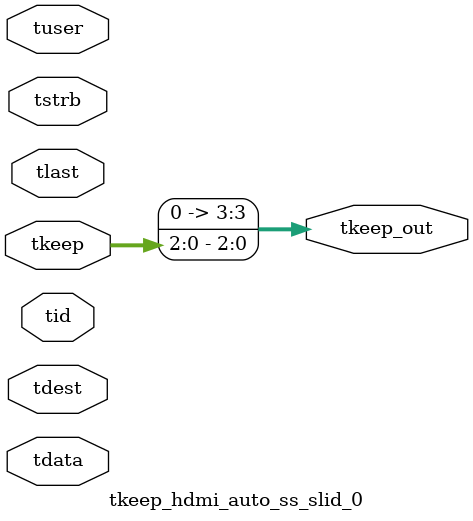
<source format=v>


`timescale 1ps/1ps

module tkeep_hdmi_auto_ss_slid_0 #
(
parameter C_S_AXIS_TDATA_WIDTH = 32,
parameter C_S_AXIS_TUSER_WIDTH = 0,
parameter C_S_AXIS_TID_WIDTH   = 0,
parameter C_S_AXIS_TDEST_WIDTH = 0,
parameter C_M_AXIS_TDATA_WIDTH = 32
)
(
input  [(C_S_AXIS_TDATA_WIDTH == 0 ? 1 : C_S_AXIS_TDATA_WIDTH)-1:0     ] tdata,
input  [(C_S_AXIS_TUSER_WIDTH == 0 ? 1 : C_S_AXIS_TUSER_WIDTH)-1:0     ] tuser,
input  [(C_S_AXIS_TID_WIDTH   == 0 ? 1 : C_S_AXIS_TID_WIDTH)-1:0       ] tid,
input  [(C_S_AXIS_TDEST_WIDTH == 0 ? 1 : C_S_AXIS_TDEST_WIDTH)-1:0     ] tdest,
input  [(C_S_AXIS_TDATA_WIDTH/8)-1:0 ] tkeep,
input  [(C_S_AXIS_TDATA_WIDTH/8)-1:0 ] tstrb,
input                                                                    tlast,
output [(C_M_AXIS_TDATA_WIDTH/8)-1:0 ] tkeep_out
);

assign tkeep_out = {tkeep[2:0]};

endmodule


</source>
